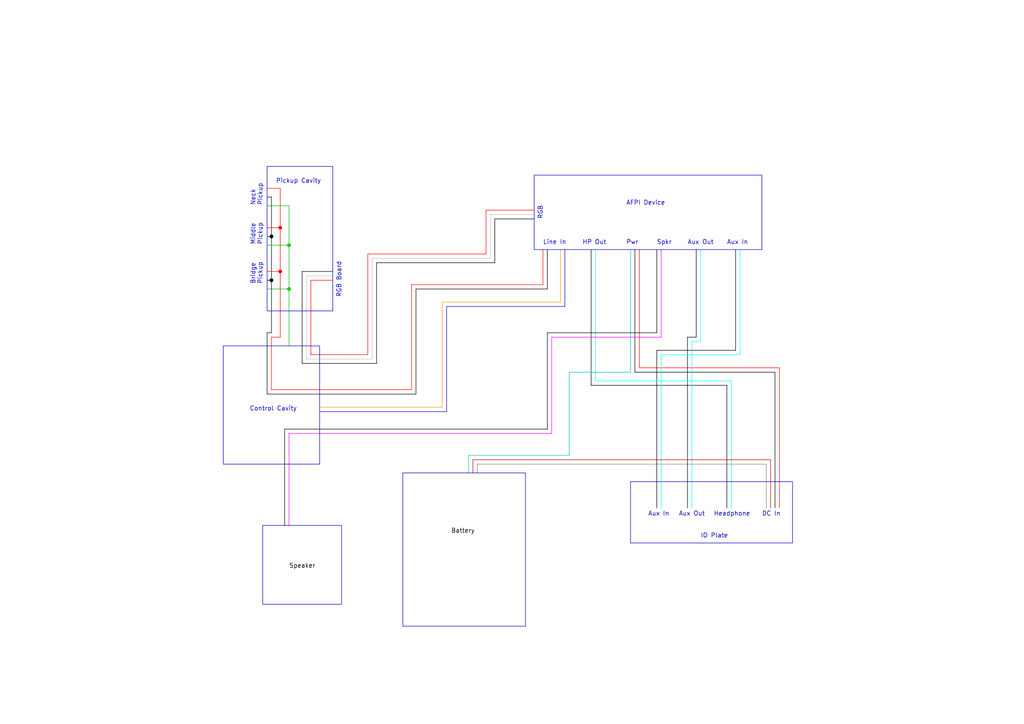
<source format=kicad_sch>
(kicad_sch (version 20230121) (generator eeschema)
  (paper "A4")
  (title_block (title "Inter-Section Wiring Diagram") (date "2024-12-24"))
  (lib_symbols)
  (junction (at 78.74 81.28) (color 0 0 0 1))
  (junction (at 78.74 68.58) (color 0 0 0 1))
  (junction (at 81.28 66.04) (color 255 0 0 1))
  (junction (at 81.28 78.74) (color 255 0 0 1))
  (junction (at 83.82 83.82) (color 0 194 0 1))
  (junction (at 83.82 71.12) (color 0 194 0 1))
  (wire (pts (xy 109.22 105.41) (xy 87.63 105.41)) (stroke (width 0) (color 0 0 0 1)))
  (wire (pts (xy 77.47 96.52) (xy 78.74 96.52)) (stroke (width 0) (color 0 0 0 1)))
  (wire (pts (xy 143.51 63.5) (xy 154.94 63.5)) (stroke (width 0) (color 0 0 0 1)))
  (wire (pts (xy 160.02 125.73) (xy 83.82 125.73)) (stroke (width 0) (color 255 0 255 1)))
  (wire (pts (xy 213.36 72.39) (xy 213.36 101.6)) (stroke (width 0) (color 0 0 0 1)))
  (wire (pts (xy 226.06 106.68) (xy 185.42 106.68)) (stroke (width 0) (color 255 0 0 1)))
  (wire (pts (xy 212.09 110.49) (xy 212.09 147.32)) (stroke (width 0) (color 0 255 255 1)))
  (wire (pts (xy 82.55 124.46) (xy 82.55 152.4)) (stroke (width 0) (color 0 0 0 1)))
  (wire (pts (xy 142.24 62.23) (xy 154.94 62.23)) (stroke (width 0) (color 194 194 194 1)))
  (wire (pts (xy 160.02 97.79) (xy 160.02 125.73)) (stroke (width 0) (color 255 0 255 1)))
  (wire (pts (xy 78.74 97.79) (xy 81.28 97.79)) (stroke (width 0) (color 255 0 0 1)))
  (wire (pts (xy 184.15 107.95) (xy 224.79 107.95)) (stroke (width 0) (color 0 0 0 1)))
  (wire (pts (xy 78.74 81.28) (xy 78.74 68.58)) (stroke (width 0) (color 0 0 0 1)))
  (wire (pts (xy 137.16 133.35) (xy 223.52 133.35)) (stroke (width 0) (color 194 0 0 1)))
  (wire (pts (xy 162.56 87.63) (xy 128.27 87.63)) (stroke (width 0) (color 255 153 0 1)))
  (wire (pts (xy 106.68 73.66) (xy 106.68 102.87)) (stroke (width 0) (color 255 0 0 1)))
  (wire (pts (xy 88.9 104.14) (xy 88.9 80.01)) (stroke (width 0) (color 194 194 194 1)))
  (wire (pts (xy 107.95 74.93) (xy 107.95 104.14)) (stroke (width 0) (color 194 194 194 1)))
  (wire (pts (xy 90.17 102.87) (xy 90.17 81.28)) (stroke (width 0) (color 255 0 0 1)))
  (wire (pts (xy 77.47 83.82) (xy 83.82 83.82)) (stroke (width 0) (color 0 194 0 1)))
  (wire (pts (xy 83.82 71.12) (xy 83.82 83.82)) (stroke (width 0) (color 0 194 0 1)))
  (wire (pts (xy 78.74 81.28) (xy 78.74 96.52)) (stroke (width 0) (color 0 0 0 1)))
  (wire (pts (xy 77.47 59.69) (xy 83.82 59.69)) (stroke (width 0) (color 0 194 0 1)))
  (wire (pts (xy 212.09 110.49) (xy 172.72 110.49)) (stroke (width 0) (color 0 255 255 1)))
  (wire (pts (xy 140.97 60.96) (xy 154.94 60.96)) (stroke (width 0) (color 255 0 0 1)))
  (wire (pts (xy 182.88 72.39) (xy 182.88 107.95)) (stroke (width 0) (color 0 194 194 1)))
  (wire (pts (xy 142.24 74.93) (xy 107.95 74.93)) (stroke (width 0) (color 194 194 194 1)))
  (wire (pts (xy 142.24 62.23) (xy 142.24 74.93)) (stroke (width 0) (color 194 194 194 1)))
  (wire (pts (xy 88.9 80.01) (xy 96.52 80.01)) (stroke (width 0) (color 194 194 194 1)))
  (wire (pts (xy 81.28 78.74) (xy 81.28 66.04)) (stroke (width 0) (color 255 0 0 1)))
  (wire (pts (xy 87.63 78.74) (xy 96.52 78.74)) (stroke (width 0) (color 0 0 0 1)))
  (wire (pts (xy 83.82 83.82) (xy 83.82 100.33)) (stroke (width 0) (color 0 194 0 1)))
  (wire (pts (xy 83.82 125.73) (xy 83.82 152.4)) (stroke (width 0) (color 255 0 255 1)))
  (wire (pts (xy 223.52 133.35) (xy 223.52 147.32)) (stroke (width 0) (color 194 0 0 1)))
  (wire (pts (xy 162.56 72.39) (xy 162.56 87.63)) (stroke (width 0) (color 255 153 0 1)))
  (wire (pts (xy 203.2 72.39) (xy 203.2 99.06)) (stroke (width 0) (color 0 255 255 1)))
  (wire (pts (xy 201.93 72.39) (xy 201.93 97.79)) (stroke (width 0) (color 0 0 0 1)))
  (wire (pts (xy 191.77 72.39) (xy 191.77 97.79)) (stroke (width 0) (color 255 0 255 1)))
  (wire (pts (xy 92.71 119.38) (xy 129.54 119.38)) (stroke (width 0) (color 0 0 194 1)))
  (wire (pts (xy 140.97 73.66) (xy 106.68 73.66)) (stroke (width 0) (color 255 0 0 1)))
  (wire (pts (xy 165.1 107.95) (xy 165.1 132.08)) (stroke (width 0) (color 0 194 194 1)))
  (wire (pts (xy 182.88 107.95) (xy 165.1 107.95)) (stroke (width 0) (color 0 194 194 1)))
  (wire (pts (xy 120.65 83.82) (xy 120.65 114.3)) (stroke (width 0) (color 0 0 0 1)))
  (wire (pts (xy 190.5 96.52) (xy 158.75 96.52)) (stroke (width 0) (color 0 0 0 1)))
  (wire (pts (xy 158.75 72.39) (xy 158.75 83.82)) (stroke (width 0) (color 0 0 0 1)))
  (wire (pts (xy 138.43 134.62) (xy 138.43 137.16)) (stroke (width 0) (color 132 132 132 1)))
  (wire (pts (xy 163.83 88.9) (xy 129.54 88.9)) (stroke (width 0) (color 0 0 194 1)))
  (wire (pts (xy 128.27 87.63) (xy 128.27 118.11)) (stroke (width 0) (color 255 153 0 1)))
  (wire (pts (xy 222.25 134.62) (xy 222.25 147.32)) (stroke (width 0) (color 132 132 132 1)))
  (wire (pts (xy 190.5 101.6) (xy 190.5 147.32)) (stroke (width 0) (color 0 0 0 1)))
  (wire (pts (xy 158.75 83.82) (xy 120.65 83.82)) (stroke (width 0) (color 0 0 0 1)))
  (wire (pts (xy 109.22 76.2) (xy 109.22 105.41)) (stroke (width 0) (color 0 0 0 1)))
  (wire (pts (xy 199.39 97.79) (xy 201.93 97.79)) (stroke (width 0) (color 0 0 0 1)))
  (wire (pts (xy 92.71 118.11) (xy 128.27 118.11)) (stroke (width 0) (color 255 153 0 1)))
  (wire (pts (xy 213.36 101.6) (xy 190.5 101.6)) (stroke (width 0) (color 0 0 0 1)))
  (wire (pts (xy 106.68 102.87) (xy 90.17 102.87)) (stroke (width 0) (color 255 0 0 1)))
  (wire (pts (xy 81.28 66.04) (xy 81.28 54.61)) (stroke (width 0) (color 255 0 0 1)))
  (wire (pts (xy 200.66 147.32) (xy 200.66 99.06)) (stroke (width 0) (color 0 255 255 1)))
  (wire (pts (xy 190.5 72.39) (xy 190.5 96.52)) (stroke (width 0) (color 0 0 0 1)))
  (wire (pts (xy 191.77 97.79) (xy 160.02 97.79)) (stroke (width 0) (color 255 0 255 1)))
  (wire (pts (xy 83.82 59.69) (xy 83.82 71.12)) (stroke (width 0) (color 0 194 0 1)))
  (wire (pts (xy 77.47 68.58) (xy 78.74 68.58)) (stroke (width 0) (color 0 0 0 1)))
  (wire (pts (xy 77.47 54.61) (xy 81.28 54.61)) (stroke (width 0) (color 255 0 0 1)))
  (wire (pts (xy 77.47 57.15) (xy 78.74 57.15)) (stroke (width 0) (color 0 0 0 1)))
  (wire (pts (xy 81.28 78.74) (xy 81.28 97.79)) (stroke (width 0) (color 255 0 0 1)))
  (wire (pts (xy 171.45 72.39) (xy 171.45 111.76)) (stroke (width 0) (color 0 0 0 1)))
  (wire (pts (xy 77.47 81.28) (xy 78.74 81.28)) (stroke (width 0) (color 0 0 0 1)))
  (wire (pts (xy 171.45 111.76) (xy 210.82 111.76)) (stroke (width 0) (color 0 0 0 1)))
  (wire (pts (xy 226.06 147.32) (xy 226.06 106.68)) (stroke (width 0) (color 255 0 0 1)))
  (wire (pts (xy 120.65 114.3) (xy 77.47 114.3)) (stroke (width 0) (color 0 0 0 1)))
  (wire (pts (xy 143.51 63.5) (xy 143.51 76.2)) (stroke (width 0) (color 0 0 0 1)))
  (wire (pts (xy 137.16 133.35) (xy 137.16 137.16)) (stroke (width 0) (color 194 0 0 1)))
  (wire (pts (xy 77.47 78.74) (xy 81.28 78.74)) (stroke (width 0) (color 255 0 0 1)))
  (wire (pts (xy 184.15 72.39) (xy 184.15 107.95)) (stroke (width 0) (color 0 0 0 1)))
  (wire (pts (xy 157.48 82.55) (xy 119.38 82.55)) (stroke (width 0) (color 255 0 0 1)))
  (wire (pts (xy 119.38 113.03) (xy 78.74 113.03)) (stroke (width 0) (color 255 0 0 1)))
  (wire (pts (xy 138.43 134.62) (xy 222.25 134.62)) (stroke (width 0) (color 132 132 132 1)))
  (wire (pts (xy 185.42 72.39) (xy 185.42 106.68)) (stroke (width 0) (color 255 0 0 1)))
  (wire (pts (xy 77.47 114.3) (xy 77.47 96.52)) (stroke (width 0) (color 0 0 0 1)))
  (wire (pts (xy 87.63 105.41) (xy 87.63 78.74)) (stroke (width 0) (color 0 0 0 1)))
  (wire (pts (xy 119.38 82.55) (xy 119.38 113.03)) (stroke (width 0) (color 255 0 0 1)))
  (wire (pts (xy 77.47 66.04) (xy 81.28 66.04)) (stroke (width 0) (color 255 0 0 1)))
  (wire (pts (xy 129.54 88.9) (xy 129.54 119.38)) (stroke (width 0) (color 0 0 194 1)))
  (wire (pts (xy 165.1 132.08) (xy 135.89 132.08)) (stroke (width 0) (color 0 194 194 1)))
  (wire (pts (xy 140.97 60.96) (xy 140.97 73.66)) (stroke (width 0) (color 255 0 0 1)))
  (wire (pts (xy 200.66 99.06) (xy 203.2 99.06)) (stroke (width 0) (color 0 255 255 1)))
  (wire (pts (xy 78.74 113.03) (xy 78.74 97.79)) (stroke (width 0) (color 255 0 0 1)))
  (wire (pts (xy 210.82 111.76) (xy 210.82 147.32)) (stroke (width 0) (color 0 0 0 1)))
  (wire (pts (xy 191.77 102.87) (xy 214.63 102.87)) (stroke (width 0) (color 0 255 255 1)))
  (wire (pts (xy 224.79 107.95) (xy 224.79 147.32)) (stroke (width 0) (color 0 0 0 1)))
  (wire (pts (xy 172.72 72.39) (xy 172.72 110.49)) (stroke (width 0) (color 0 255 255 1)))
  (wire (pts (xy 107.95 104.14) (xy 88.9 104.14)) (stroke (width 0) (color 194 194 194 1)))
  (wire (pts (xy 143.51 76.2) (xy 109.22 76.2)) (stroke (width 0) (color 0 0 0 1)))
  (wire (pts (xy 77.47 71.12) (xy 83.82 71.12)) (stroke (width 0) (color 0 194 0 1)))
  (wire (pts (xy 158.75 96.52) (xy 158.75 124.46)) (stroke (width 0) (color 0 0 0 1)))
  (wire (pts (xy 191.77 147.32) (xy 191.77 102.87)) (stroke (width 0) (color 0 255 255 1)))
  (wire (pts (xy 135.89 132.08) (xy 135.89 137.16)) (stroke (width 0) (color 0 194 194 1)))
  (wire (pts (xy 90.17 81.28) (xy 96.52 81.28)) (stroke (width 0) (color 255 0 0 1)))
  (wire (pts (xy 78.74 68.58) (xy 78.74 57.15)) (stroke (width 0) (color 0 0 0 1)))
  (wire (pts (xy 163.83 72.39) (xy 163.83 88.9)) (stroke (width 0) (color 0 0 194 1)))
  (wire (pts (xy 214.63 72.39) (xy 214.63 102.87)) (stroke (width 0) (color 0 255 255 1)))
  (wire (pts (xy 157.48 72.39) (xy 157.48 82.55)) (stroke (width 0) (color 255 0 0 1)))
  (wire (pts (xy 199.39 147.32) (xy 199.39 97.79)) (stroke (width 0) (color 0 0 0 1)))
  (wire (pts (xy 158.75 124.46) (xy 82.55 124.46)) (stroke (width 0) (color 0 0 0 1)))
  (rectangle (start 64.77 100.33) (end 92.71 134.62))
  (rectangle (start 182.88 139.7) (end 229.87 157.48))
  (rectangle (start 76.2 152.4) (end 99.06 175.26))
  (rectangle (start 77.47 48.26) (end 96.52 90.17))
  (rectangle (start 154.94 50.8) (end 220.98 72.39))
  (rectangle (start 116.84 137.16) (end 152.4 181.61))
  (text "HP Out" (at 168.91 71.12 0) (effects (font (size 1.27 1.27)) (justify left bottom)))
  (text "Neck\nPickup\n" (at 76.2 59.69 90) (effects (font (size 1.27 1.27)) (justify left bottom)))
  (text "Middle\nPickup" (at 76.2 71.12 90) (effects (font (size 1.27 1.27)) (justify left bottom)))
  (text "Aux In\n" (at 187.96 149.86 0) (effects (font (size 1.27 1.27)) (justify left bottom)))
  (text "Pickup Cavity" (at 80.01 53.34 0) (effects (font (size 1.27 1.27)) (justify left bottom)))
  (text "Bridge \nPickup" (at 76.2 82.55 90) (effects (font (size 1.27 1.27)) (justify left bottom)))
  (text "Line In" (at 157.48 71.12 0) (effects (font (size 1.27 1.27)) (justify left bottom)))
  (text "Aux Out" (at 199.39 71.12 0) (effects (font (size 1.27 1.27)) (justify left bottom)))
  (text "AFPI Device" (at 181.61 59.69 0) (effects (font (size 1.27 1.27)) (justify left bottom)))
  (text "DC In\n" (at 220.98 149.86 0) (effects (font (size 1.27 1.27)) (justify left bottom)))
  (text "Aux In" (at 210.82 71.12 0) (effects (font (size 1.27 1.27)) (justify left bottom)))
  (text "IO Plate\n" (at 203.2 156.21 0) (effects (font (size 1.27 1.27)) (justify left bottom)))
  (text "Spkr\n" (at 190.5 71.12 0) (effects (font (size 1.27 1.27)) (justify left bottom)))
  (text "Pwr" (at 181.61 71.12 0) (effects (font (size 1.27 1.27)) (justify left bottom)))
  (text "Control Cavity " (at 72.39 119.38 0) (effects (font (size 1.27 1.27)) (justify left bottom)))
  (text "Aux Out\n" (at 196.85 149.86 0) (effects (font (size 1.27 1.27)) (justify left bottom)))
  (text "RGB Board" (at 99.06 86.36 90) (effects (font (size 1.27 1.27)) (justify left bottom)))
  (text "RGB" (at 157.48 59.69 90) (effects (font (size 1.27 1.27)) (justify right bottom)))
  (text "Headphone\n" (at 207.01 149.86 0) (effects (font (size 1.27 1.27)) (justify left bottom)))
  (label "Speaker" (at 83.82 165.1 0))
  (label "Battery " (at 130.81 154.94 0))
)
</source>
